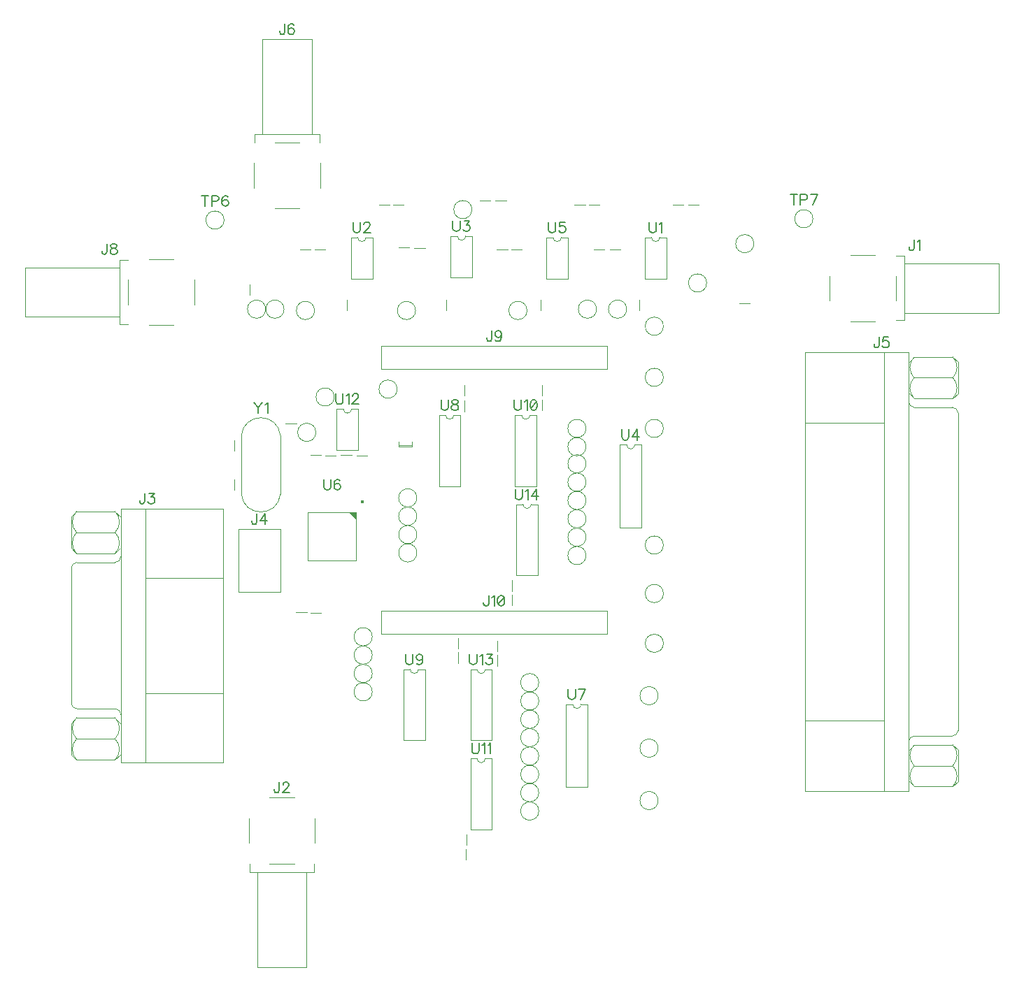
<source format=gbr>
G04 DipTrace 3.3.1.3*
G04 TopSilk.gbr*
%MOIN*%
G04 #@! TF.FileFunction,Legend,Top*
G04 #@! TF.Part,Single*
%ADD10C,0.004724*%
%ADD29O,0.016422X0.016542*%
%ADD81C,0.00772*%
%FSLAX26Y26*%
G04*
G70*
G90*
G75*
G01*
G04 TopSilk*
%LPD*%
X3046276Y3605019D2*
D10*
X3097418D1*
X3119642Y3605117D2*
X3170784D1*
X1028804Y3175687D2*
Y3226829D1*
X1966354Y3100688D2*
Y3151830D1*
X2416354Y3100687D2*
Y3151829D1*
X2275892Y3392617D2*
X2327033D1*
X2207141D2*
X2258283D1*
X2744642D2*
X2795784D1*
X2669741Y3392716D2*
X2720882D1*
X2885103Y3100687D2*
Y3151829D1*
X2577527Y3605019D2*
X2628669D1*
X2644641Y3605117D2*
X2695783D1*
X3414483Y3134899D2*
X3363342D1*
X1813392Y3398868D2*
X1864533D1*
X1338342Y3392617D2*
X1389483D1*
X1269592D2*
X1320734D1*
X1644592Y3605117D2*
X1695734D1*
X1713342D2*
X1764483D1*
X1491304Y3100687D2*
Y3151829D1*
X1538392Y2409636D2*
X1589533D1*
X1463392Y2411368D2*
X1514533D1*
X1738392Y3400600D2*
X1789533D1*
X2125793Y3623770D2*
X2176935D1*
X2200892Y3623868D2*
X2252033D1*
X1388390Y2409636D2*
X1439532D1*
X1319641Y2411368D2*
X1370783D1*
X1370781Y1659901D2*
X1319640D1*
X1302032Y1661633D2*
X1250890D1*
X955321Y2483079D2*
Y2431938D1*
Y2295579D2*
Y2244438D1*
X2024071Y1470579D2*
Y1419438D1*
X2024268Y1539330D2*
Y1488188D1*
X2053852Y2694438D2*
Y2745579D1*
Y2619438D2*
Y2670579D1*
X1200890Y2561368D2*
X1252032D1*
X1801676Y2458296D2*
X1738747D1*
X1801676Y2450847D2*
X1738747D1*
X1801676D2*
Y2474406D1*
X1738747Y2450847D2*
Y2474406D1*
X2422603Y2625688D2*
Y2676830D1*
Y2694438D2*
Y2745579D1*
X2278852Y1763187D2*
Y1814329D1*
Y1694438D2*
Y1745579D1*
X2061836Y550688D2*
Y601830D1*
X2060103Y481938D2*
Y533079D1*
X2210103Y1406938D2*
Y1458079D1*
Y1475688D2*
Y1526830D1*
X4108907Y3361052D2*
X4148293D1*
Y3053965D1*
X4108907D1*
X4010523Y3364989D2*
X3892447D1*
X4108907Y3266564D2*
Y3148453D1*
X4010523Y3050028D2*
X3892447D1*
X3793982Y3266564D2*
Y3148453D1*
X4148293Y3325619D2*
X4601069D1*
Y3089398D1*
X4148293D1*
X1336256Y462564D2*
Y423178D1*
X1029170D1*
Y462564D1*
X1340193Y560947D2*
Y679024D1*
X1241768Y462564D2*
X1123658D1*
X1025233Y560947D2*
Y679024D1*
X1241768Y777489D2*
X1123658D1*
X1300823Y423178D2*
Y-29598D1*
X1064603D1*
Y423178D1*
X204408Y2042934D2*
G03X204408Y1942288I52270J-50323D01*
G01*
Y2142367D2*
G03X204408Y2042934I50784J-49717D01*
G01*
X387693D2*
G03X387693Y2142367I-48321J49717D01*
G01*
Y1942288D2*
G03X387693Y2042934I-49756J50323D01*
G01*
X204408Y1058304D2*
G03X204408Y958871I50784J-49717D01*
G01*
Y1158949D2*
G03X204408Y1058304I52270J-50323D01*
G01*
X387693D2*
G03X387693Y1158949I-49756J50323D01*
G01*
Y958871D2*
G03X387693Y1058304I-48321J49717D01*
G01*
X206581Y1899847D2*
G03X179052Y1871957I570J-28093D01*
G01*
X387693Y1899847D2*
G03X415222Y1926524I1442J26055D01*
G01*
X179052Y1229280D2*
G03X206581Y1201390I28098J204D01*
G01*
X415222Y1174713D2*
G03X387693Y1201390I-26087J622D01*
G01*
Y1942288D2*
X413048Y1967752D1*
X387693Y1942288D2*
X204408D1*
X179052Y1967752D1*
Y2118115D1*
X204408Y2142367D1*
X254394D2*
X246426D1*
X387693D2*
X204408D1*
X413048Y2118115D2*
X387693Y2142367D1*
Y2042934D2*
X204408D1*
X387693Y958871D2*
X413048Y983123D1*
X387693Y958871D2*
X204408D1*
X179052Y983123D1*
Y1133485D1*
X204408Y1158949D1*
X254394D2*
X246426D1*
X387693D2*
X204408D1*
X413048Y1133485D2*
X387693Y1158949D1*
Y1058304D2*
X204408D1*
X387693Y1899847D2*
X206581D1*
X387693Y1201390D2*
X206581D1*
X903498Y1275359D2*
X533306D1*
X415222Y944319D2*
Y2156918D1*
X903498Y1825878D2*
X533306D1*
X903498Y944319D2*
Y2156918D1*
X179052Y1229280D2*
Y1871957D1*
X903498Y944319D2*
X415222D1*
X903498Y2156918D2*
X415222D1*
X533306Y944319D2*
Y2156918D1*
X1176461Y2057508D2*
X976461D1*
Y1757508D1*
X1176461D1*
Y2057508D1*
X4377706Y1071633D2*
G03X4405396Y1098810I-276J27977D01*
G01*
X4169301Y2666724D2*
G03X4196991Y2639546I27967J799D01*
G01*
Y1071633D2*
G03X4169301Y1044456I276J-27977D01*
G01*
X4405396Y2612369D2*
G03X4377706Y2639546I-27967J-799D01*
G01*
X4379892Y2779613D2*
G03X4379892Y2879960I-51488J50173D01*
G01*
Y2681357D2*
G03X4379892Y2781704I-51488J50173D01*
G01*
X4196262D2*
G03X4196262Y2681357I51488J-50173D01*
G01*
Y2879960D2*
G03X4196262Y2779613I51488J-50173D01*
G01*
X4379892Y929476D2*
G03X4379892Y1029822I-51488J50173D01*
G01*
Y831220D2*
G03X4379892Y929476I-48918J49128D01*
G01*
X4196262D2*
G03X4196262Y831220I48918J-49128D01*
G01*
Y1029822D2*
G03X4196262Y929476I51488J-50173D01*
G01*
X4169301Y810314D2*
X3676707D1*
X4169301Y2900865D2*
X3676707D1*
Y810314D2*
Y2900865D1*
X4051253Y1146893D2*
X3676707D1*
X4169301Y810314D2*
Y2900865D1*
X4051253Y2564287D2*
X3676707D1*
X4405396Y1098810D2*
Y2612369D1*
X4377706Y1071633D2*
X4196991D1*
X4377706Y2639546D2*
X4196991D1*
X4051253Y810314D2*
Y2900865D1*
X4171487Y2854873D2*
X4196262Y2879960D1*
X4379892D2*
X4196262D1*
X4405396Y2854873D2*
X4380620Y2879960D1*
X4405396Y2706444D2*
Y2854873D1*
X4380620Y2681357D2*
X4405396Y2706444D1*
X4338356Y2681357D2*
X4330341D1*
X4379892D2*
X4196262D1*
X4171487Y2706444D1*
X4379892Y2781704D2*
X4196262D1*
X4171487Y1004735D2*
X4196262Y1029822D1*
X4379892D2*
X4196262D1*
X4405396Y1004735D2*
X4380620Y1029822D1*
X4405396Y856306D2*
Y1004735D1*
X4380620Y831220D2*
X4405396Y856306D1*
X4338356Y831220D2*
X4330341D1*
X4379892D2*
X4196262D1*
X4171487Y856306D1*
X4379892Y929476D2*
X4196262D1*
X1054169Y3902453D2*
Y3941839D1*
X1361255D1*
Y3902453D1*
X1050231Y3804069D2*
Y3685993D1*
X1148657Y3902453D2*
X1266767D1*
X1365192Y3804069D2*
Y3685993D1*
X1148657Y3587528D2*
X1266767D1*
X1089602Y3941839D2*
Y4394615D1*
X1325822D1*
Y3941839D1*
X450268Y3035214D2*
X410882D1*
Y3342301D1*
X450268D1*
X548652Y3031277D2*
X666729D1*
X450268Y3129703D2*
Y3247813D1*
X548652Y3346238D2*
X666729D1*
X765193Y3129703D2*
Y3247813D1*
X410882Y3070648D2*
X-41893D1*
Y3306868D1*
X410882D1*
X2733548Y2821140D2*
X1654808D1*
Y2931376D1*
X2733548D1*
Y2821140D1*
Y1558640D2*
X1654808D1*
Y1668876D1*
X2733548D1*
Y1558640D1*
X2595655Y3107508D2*
G02X2595655Y3107508I43307J0D01*
G01*
X3345606Y3420008D2*
G02X3345606Y3420008I43307J0D01*
G01*
X3120606Y3232508D2*
G02X3120606Y3232508I43307J0D01*
G01*
X2545655Y1932508D2*
G02X2545655Y1932508I43307J0D01*
G01*
X2001856Y3582508D2*
G02X2001856Y3582508I43307J0D01*
G01*
X820655Y3532508D2*
G02X820655Y3532508I43307J0D01*
G01*
X3626905Y3538759D2*
G02X3626905Y3538759I43307J0D01*
G01*
X1106373Y3107508D2*
G02X1106373Y3107508I43307J0D01*
G01*
X1251856Y3101258D2*
G02X1251856Y3101258I43307J0D01*
G01*
X2264405D2*
G02X2264405Y3101258I43307J0D01*
G01*
X2739406Y3107508D2*
G02X2739406Y3107508I43307J0D01*
G01*
X1733155Y3101258D2*
G02X1733155Y3101258I43307J0D01*
G01*
X1018873Y3107508D2*
G02X1018873Y3107508I43307J0D01*
G01*
X2545655Y2020008D2*
G02X2545655Y2020008I43307J0D01*
G01*
Y2107508D2*
G02X2545655Y2107508I43307J0D01*
G01*
Y2195008D2*
G02X2545655Y2195008I43307J0D01*
G01*
Y2282508D2*
G02X2545655Y2282508I43307J0D01*
G01*
Y2370008D2*
G02X2545655Y2370008I43307J0D01*
G01*
Y2451258D2*
G02X2545655Y2451258I43307J0D01*
G01*
Y2538758D2*
G02X2545655Y2538758I43307J0D01*
G01*
X2320654Y713758D2*
G02X2320654Y713758I43307J0D01*
G01*
X1739406Y1945010D2*
G02X1739406Y1945010I43307J0D01*
G01*
X2320654Y801258D2*
G02X2320654Y801258I43307J0D01*
G01*
Y888758D2*
G02X2320654Y888758I43307J0D01*
G01*
Y976258D2*
G02X2320654Y976258I43307J0D01*
G01*
Y1063758D2*
G02X2320654Y1063758I43307J0D01*
G01*
Y1151258D2*
G02X2320654Y1151258I43307J0D01*
G01*
Y1238758D2*
G02X2320654Y1238758I43307J0D01*
G01*
Y1326258D2*
G02X2320654Y1326258I43307J0D01*
G01*
X1258154Y2520008D2*
G02X1258154Y2520008I43307J0D01*
G01*
X1739406Y2032510D2*
G02X1739406Y2032510I43307J0D01*
G01*
Y2120008D2*
G02X1739406Y2120008I43307J0D01*
G01*
Y2207508D2*
G02X1739406Y2207508I43307J0D01*
G01*
X1526903Y1545008D2*
G02X1526903Y1545008I43307J0D01*
G01*
Y1457508D2*
G02X1526903Y1457508I43307J0D01*
G01*
Y1370008D2*
G02X1526903Y1370008I43307J0D01*
G01*
Y1282508D2*
G02X1526903Y1282508I43307J0D01*
G01*
X1345655Y2688758D2*
G02X1345655Y2688758I43307J0D01*
G01*
X1645655Y2726259D2*
G02X1645655Y2726259I43307J0D01*
G01*
X2914406Y3026258D2*
G02X2914406Y3026258I43307J0D01*
G01*
Y2782508D2*
G02X2914406Y2782508I43307J0D01*
G01*
Y2538758D2*
G02X2914406Y2538758I43307J0D01*
G01*
X2914405Y1982508D2*
G02X2914405Y1982508I43307J0D01*
G01*
X2914406Y1751258D2*
G02X2914406Y1751258I43307J0D01*
G01*
Y1513758D2*
G02X2914406Y1513758I43307J0D01*
G01*
X2889406Y1263759D2*
G02X2889406Y1263759I43307J0D01*
G01*
Y1013759D2*
G02X2889406Y1013759I43307J0D01*
G01*
X2889405Y763759D2*
G02X2889405Y763759I43307J0D01*
G01*
X2912774Y3449685D2*
Y3252831D1*
X3015151Y3449685D2*
Y3252831D1*
X2912774D2*
X3015151D1*
X2944268Y3449685D2*
X2912774D1*
X2983657D2*
X3015151D1*
X2944268D2*
G03X2983657Y3449685I19694J9D01*
G01*
X1512724D2*
Y3252831D1*
X1615101Y3449685D2*
Y3252831D1*
X1512724D2*
X1615101D1*
X1544218Y3449685D2*
X1512724D1*
X1583607D2*
X1615101D1*
X1544218D2*
G03X1583607Y3449685I19694J9D01*
G01*
X1987774Y3455936D2*
Y3259081D1*
X2090151Y3455936D2*
Y3259081D1*
X1987774D2*
X2090151D1*
X2019268Y3455936D2*
X1987774D1*
X2058657D2*
X2090151D1*
X2019268D2*
G03X2058657Y3455936I19694J9D01*
G01*
X2794073Y2460592D2*
Y2066923D1*
X2896450Y2460592D2*
Y2066923D1*
X2794073D2*
X2896450D1*
X2794073Y2460592D2*
X2825567D1*
X2864956D2*
X2896450D1*
X2825567D2*
G03X2864956Y2460592I19694J11D01*
G01*
X2444025Y3449685D2*
Y3252831D1*
X2546401Y3449685D2*
Y3252831D1*
X2444025D2*
X2546401D1*
X2475519Y3449685D2*
X2444025D1*
X2514908D2*
X2546401D1*
X2475519D2*
G03X2514908Y3449685I19694J9D01*
G01*
X1534689Y2137565D2*
X1306326D1*
Y1909242D1*
X1534689D1*
Y2137565D1*
D29*
X1565804Y2189218D3*
G36*
X1534689Y2137565D2*
X1503196D1*
X1534689Y2106072D1*
Y2137565D1*
G37*
X2537824Y1223092D2*
D10*
Y829423D1*
X2640201Y1223092D2*
Y829423D1*
X2537824D2*
X2640201D1*
X2537824Y1223092D2*
X2569318D1*
X2608707D2*
X2640201D1*
X2569318D2*
G03X2608707Y1223092I19694J11D01*
G01*
X1931573Y2601805D2*
Y2263212D1*
X2033950Y2601805D2*
Y2263212D1*
X1931573D2*
X2033950D1*
X1931573Y2601805D2*
X1963067D1*
X2002456D2*
X2033950D1*
X1963067D2*
G03X2002456Y2601805I19694J-12D01*
G01*
X1762824Y1389305D2*
Y1050712D1*
X1865201Y1389305D2*
Y1050712D1*
X1762824D2*
X1865201D1*
X1762824Y1389305D2*
X1794318D1*
X1833707D2*
X1865201D1*
X1794318D2*
G03X1833707Y1389305I19694J-12D01*
G01*
X2294024Y2601805D2*
Y2263212D1*
X2396400Y2601805D2*
Y2263212D1*
X2294024D2*
X2396400D1*
X2294024Y2601805D2*
X2325517D1*
X2364906D2*
X2396400D1*
X2325517D2*
G03X2364906Y2601805I19694J-12D01*
G01*
X2081573Y964305D2*
Y625712D1*
X2183950Y964305D2*
Y625712D1*
X2081573D2*
X2183950D1*
X2081573Y964305D2*
X2113067D1*
X2152456D2*
X2183950D1*
X2113067D2*
G03X2152456Y964305I19694J-12D01*
G01*
X1444073Y2630936D2*
Y2434081D1*
X1546450Y2630936D2*
Y2434081D1*
X1444073D2*
X1546450D1*
X1475567Y2630936D2*
X1444073D1*
X1514956D2*
X1546450D1*
X1475567D2*
G03X1514956Y2630936I19694J9D01*
G01*
X2081573Y1389305D2*
Y1050712D1*
X2183950Y1389305D2*
Y1050712D1*
X2081573D2*
X2183950D1*
X2081573Y1389305D2*
X2113067D1*
X2152456D2*
X2183950D1*
X2113067D2*
G03X2152456Y1389305I19694J-12D01*
G01*
X2300323Y2176805D2*
Y1838212D1*
X2402699Y2176805D2*
Y1838212D1*
X2300323D2*
X2402699D1*
X2300323Y2176805D2*
X2331817D1*
X2371206D2*
X2402699D1*
X2331817D2*
G03X2371206Y2176805I19694J-12D01*
G01*
X1175586Y2225344D2*
Y2504673D1*
X989838Y2225344D2*
Y2504673D1*
Y2225344D2*
G03X1175586Y2225344I92874J8216D01*
G01*
Y2504673D2*
G03X989838Y2504673I-92874J-8216D01*
G01*
X4195775Y3438212D2*
D81*
Y3399965D1*
X4193398Y3392780D1*
X4190966Y3390404D1*
X4186213Y3387972D1*
X4181405D1*
X4176652Y3390404D1*
X4174275Y3392780D1*
X4171843Y3399965D1*
Y3404718D1*
X4211214Y3428595D2*
X4216023Y3431027D1*
X4223208Y3438157D1*
Y3387972D1*
X1170213Y850712D2*
Y812465D1*
X1167836Y805280D1*
X1165404Y802904D1*
X1160651Y800472D1*
X1155843D1*
X1151089Y802904D1*
X1148713Y805280D1*
X1146281Y812465D1*
Y817218D1*
X1188084Y838718D2*
Y841095D1*
X1190460Y845903D1*
X1192837Y848280D1*
X1197645Y850657D1*
X1207207D1*
X1211960Y848280D1*
X1214337Y845903D1*
X1216769Y841095D1*
Y836342D1*
X1214337Y831533D1*
X1209584Y824403D1*
X1185652Y800472D1*
X1219145D1*
X528774Y2230141D2*
Y2191894D1*
X526398Y2184709D1*
X523966Y2182333D1*
X519213Y2179901D1*
X514404D1*
X509651Y2182333D1*
X507275Y2184709D1*
X504843Y2191894D1*
Y2196648D1*
X549022Y2230086D2*
X575275D1*
X560960Y2210962D1*
X568145D1*
X572898Y2208586D1*
X575275Y2206209D1*
X577707Y2199024D1*
Y2194271D1*
X575275Y2187086D1*
X570522Y2182278D1*
X563337Y2179901D1*
X556152D1*
X549022Y2182278D1*
X546645Y2184709D1*
X544214Y2189463D1*
X1062772Y2130731D2*
Y2092485D1*
X1060396Y2085300D1*
X1057964Y2082923D1*
X1053211Y2080491D1*
X1048402D1*
X1043649Y2082923D1*
X1041273Y2085300D1*
X1038841Y2092485D1*
Y2097238D1*
X1102143Y2080491D2*
Y2130676D1*
X1078212Y2097238D1*
X1114082D1*
X4028557Y2974088D2*
Y2935842D1*
X4026180Y2928657D1*
X4023748Y2926280D1*
X4018995Y2923848D1*
X4014186D1*
X4009433Y2926280D1*
X4007057Y2928657D1*
X4004625Y2935842D1*
Y2940595D1*
X4072681Y2974033D2*
X4048804D1*
X4046428Y2952533D1*
X4048804Y2954910D1*
X4055989Y2957342D1*
X4063119D1*
X4070304Y2954910D1*
X4075113Y2950157D1*
X4077489Y2942972D1*
Y2938219D1*
X4075113Y2931033D1*
X4070304Y2926225D1*
X4063119Y2923848D1*
X4055989D1*
X4048804Y2926225D1*
X4046428Y2928657D1*
X4043996Y2933410D1*
X1196427Y4467838D2*
Y4429591D1*
X1194051Y4422406D1*
X1191619Y4420030D1*
X1186866Y4417598D1*
X1182057D1*
X1177304Y4420030D1*
X1174927Y4422406D1*
X1172496Y4429591D1*
Y4434344D1*
X1240551Y4460653D2*
X1238175Y4465406D1*
X1230990Y4467783D1*
X1226237D1*
X1219052Y4465406D1*
X1214243Y4458221D1*
X1211867Y4446283D1*
Y4434344D1*
X1214243Y4424783D1*
X1219052Y4419974D1*
X1226237Y4417598D1*
X1228613D1*
X1235743Y4419974D1*
X1240551Y4424783D1*
X1242928Y4431968D1*
Y4434344D1*
X1240551Y4441529D1*
X1235743Y4446283D1*
X1228613Y4448659D1*
X1226237D1*
X1219052Y4446283D1*
X1214243Y4441529D1*
X1211867Y4434344D1*
X349177Y3419461D2*
Y3381215D1*
X346801Y3374030D1*
X344369Y3371653D1*
X339616Y3369221D1*
X334807D1*
X330054Y3371653D1*
X327677Y3374030D1*
X325246Y3381215D1*
Y3385968D1*
X376555Y3419406D2*
X369425Y3417029D1*
X366993Y3412276D1*
Y3407468D1*
X369425Y3402714D1*
X374178Y3400283D1*
X383740Y3397906D1*
X390925Y3395529D1*
X395678Y3390721D1*
X398055Y3385968D1*
Y3378783D1*
X395678Y3374030D1*
X393301Y3371598D1*
X386116Y3369221D1*
X376555D1*
X369425Y3371598D1*
X366993Y3374030D1*
X364617Y3378783D1*
Y3385968D1*
X366993Y3390721D1*
X371802Y3395529D1*
X378931Y3397906D1*
X388493Y3400283D1*
X393301Y3402714D1*
X395678Y3407468D1*
Y3412276D1*
X393301Y3417029D1*
X386116Y3419406D1*
X376555D1*
X2182866Y3004599D2*
Y2966352D1*
X2180489Y2959167D1*
X2178057Y2956791D1*
X2173304Y2954359D1*
X2168495D1*
X2163742Y2956791D1*
X2161366Y2959167D1*
X2158934Y2966352D1*
Y2971106D1*
X2229422Y2987852D2*
X2226990Y2980667D1*
X2222237Y2975859D1*
X2215051Y2973482D1*
X2212675D1*
X2205490Y2975859D1*
X2200737Y2980667D1*
X2198305Y2987852D1*
Y2990229D1*
X2200737Y2997414D1*
X2205490Y3002167D1*
X2212675Y3004544D1*
X2215051D1*
X2222237Y3002167D1*
X2226990Y2997414D1*
X2229422Y2987852D1*
Y2975859D1*
X2226990Y2963921D1*
X2222237Y2956736D1*
X2215051Y2954359D1*
X2210298D1*
X2203113Y2956736D1*
X2200737Y2961544D1*
X2167961Y1742099D2*
Y1703852D1*
X2165584Y1696667D1*
X2163152Y1694291D1*
X2158399Y1691859D1*
X2153591D1*
X2148838Y1694291D1*
X2146461Y1696667D1*
X2144029Y1703852D1*
Y1708606D1*
X2183400Y1732482D2*
X2188209Y1734914D1*
X2195394Y1742044D1*
Y1691859D1*
X2225203Y1742044D2*
X2218018Y1739667D1*
X2213209Y1732482D1*
X2210833Y1720544D1*
Y1713359D1*
X2213209Y1701421D1*
X2218018Y1694236D1*
X2225203Y1691859D1*
X2229956D1*
X2237141Y1694236D1*
X2241894Y1701421D1*
X2244326Y1713359D1*
Y1720544D1*
X2241894Y1732482D1*
X2237141Y1739667D1*
X2229956Y1742044D1*
X2225203D1*
X2241894Y1732482D2*
X2213209Y1701421D1*
X816246Y3649039D2*
Y3598799D1*
X799499Y3649039D2*
X832992D1*
X848432Y3622730D2*
X869987D1*
X877117Y3625107D1*
X879548Y3627539D1*
X881925Y3632292D1*
Y3639477D1*
X879548Y3644230D1*
X877117Y3646662D1*
X869987Y3649039D1*
X848432D1*
Y3598799D1*
X926049Y3641854D2*
X923673Y3646607D1*
X916488Y3648983D1*
X911734D1*
X904549Y3646607D1*
X899741Y3639422D1*
X897364Y3627483D1*
Y3615545D1*
X899741Y3605984D1*
X904549Y3601175D1*
X911734Y3598799D1*
X914111D1*
X921241Y3601175D1*
X926049Y3605984D1*
X928426Y3613169D1*
Y3615545D1*
X926049Y3622730D1*
X921241Y3627483D1*
X914111Y3629860D1*
X911734D1*
X904549Y3627483D1*
X899741Y3622730D1*
X897364Y3615545D1*
X3621279Y3655289D2*
Y3605049D1*
X3604533Y3655289D2*
X3638026D1*
X3653465Y3628981D2*
X3675020D1*
X3682150Y3631358D1*
X3684582Y3633789D1*
X3686958Y3638543D1*
Y3645728D1*
X3684582Y3650481D1*
X3682150Y3652913D1*
X3675020Y3655289D1*
X3653465D1*
Y3605049D1*
X3711959D2*
X3735891Y3655234D1*
X3702398D1*
X2933499Y3522908D2*
Y3487038D1*
X2935876Y3479853D1*
X2940684Y3475100D1*
X2947870Y3472668D1*
X2952623D1*
X2959808Y3475100D1*
X2964616Y3479853D1*
X2966993Y3487038D1*
Y3522908D1*
X2982432Y3513291D2*
X2987240Y3515723D1*
X2994426Y3522853D1*
Y3472668D1*
X1522700Y3522908D2*
Y3487038D1*
X1525076Y3479853D1*
X1529885Y3475100D1*
X1537070Y3472668D1*
X1541823D1*
X1549008Y3475100D1*
X1553816Y3479853D1*
X1556193Y3487038D1*
Y3522908D1*
X1574064Y3510914D2*
Y3513291D1*
X1576441Y3518100D1*
X1578817Y3520476D1*
X1583626Y3522853D1*
X1593187D1*
X1597941Y3520476D1*
X1600317Y3518100D1*
X1602749Y3513291D1*
Y3508538D1*
X1600317Y3503729D1*
X1595564Y3496600D1*
X1571632Y3472668D1*
X1605126D1*
X1997750Y3529159D2*
Y3493289D1*
X2000126Y3486104D1*
X2004935Y3481350D1*
X2012120Y3478919D1*
X2016873D1*
X2024058Y3481350D1*
X2028866Y3486104D1*
X2031243Y3493289D1*
Y3529159D1*
X2051491Y3529103D2*
X2077744D1*
X2063429Y3509980D1*
X2070614D1*
X2075367Y3507604D1*
X2077744Y3505227D1*
X2080175Y3498042D1*
Y3493289D1*
X2077744Y3486104D1*
X2072990Y3481295D1*
X2065805Y3478919D1*
X2058620D1*
X2051491Y3481295D1*
X2049114Y3483727D1*
X2046682Y3488480D1*
X2802860Y2533815D2*
Y2497946D1*
X2805237Y2490760D1*
X2810045Y2486007D1*
X2817231Y2483575D1*
X2821984D1*
X2829169Y2486007D1*
X2833977Y2490760D1*
X2836354Y2497946D1*
Y2533815D1*
X2875725Y2483575D2*
Y2533760D1*
X2851793Y2500322D1*
X2887663D1*
X2454000Y3522908D2*
Y3487038D1*
X2456377Y3479853D1*
X2461185Y3475100D1*
X2468370Y3472668D1*
X2473123D1*
X2480308Y3475100D1*
X2485117Y3479853D1*
X2487494Y3487038D1*
Y3522908D1*
X2531618Y3522853D2*
X2507741D1*
X2505365Y3501353D1*
X2507741Y3503729D1*
X2514926Y3506161D1*
X2522056D1*
X2529241Y3503729D1*
X2534049Y3498976D1*
X2536426Y3491791D1*
Y3487038D1*
X2534049Y3479853D1*
X2529241Y3475045D1*
X2522056Y3472668D1*
X2514926D1*
X2507741Y3475045D1*
X2505365Y3477476D1*
X2502933Y3482230D1*
X1382479Y2295445D2*
Y2259575D1*
X1384855Y2252390D1*
X1389664Y2247637D1*
X1396849Y2245205D1*
X1401602D1*
X1408787Y2247637D1*
X1413595Y2252390D1*
X1415972Y2259575D1*
Y2295445D1*
X1460096Y2288260D2*
X1457719Y2293014D1*
X1450534Y2295390D1*
X1445781D1*
X1438596Y2293014D1*
X1433788Y2285828D1*
X1431411Y2273890D1*
Y2261952D1*
X1433788Y2252390D1*
X1438596Y2247582D1*
X1445781Y2245205D1*
X1448158D1*
X1455288Y2247582D1*
X1460096Y2252390D1*
X1462473Y2259575D1*
Y2261952D1*
X1460096Y2269137D1*
X1455288Y2273890D1*
X1448158Y2276267D1*
X1445781D1*
X1438596Y2273890D1*
X1433788Y2269137D1*
X1431411Y2261952D1*
X2547799Y1296315D2*
Y1260446D1*
X2550176Y1253260D1*
X2554984Y1248507D1*
X2562169Y1246075D1*
X2566923D1*
X2574108Y1248507D1*
X2578916Y1253260D1*
X2581293Y1260446D1*
Y1296315D1*
X2606294Y1246075D2*
X2630225Y1296260D1*
X2596732D1*
X1941576Y2675028D2*
Y2639158D1*
X1943953Y2631973D1*
X1948761Y2627220D1*
X1955946Y2624788D1*
X1960700D1*
X1967885Y2627220D1*
X1972693Y2631973D1*
X1975070Y2639158D1*
Y2675028D1*
X2002447Y2674973D2*
X1995317Y2672596D1*
X1992886Y2667843D1*
Y2663035D1*
X1995317Y2658281D1*
X2000071Y2655850D1*
X2009632Y2653473D1*
X2016817Y2651096D1*
X2021570Y2646288D1*
X2023947Y2641535D1*
Y2634350D1*
X2021570Y2629597D1*
X2019194Y2627165D1*
X2012009Y2624788D1*
X2002447D1*
X1995317Y2627165D1*
X1992886Y2629597D1*
X1990509Y2634350D1*
Y2641535D1*
X1992886Y2646288D1*
X1997694Y2651096D1*
X2004824Y2653473D1*
X2014385Y2655850D1*
X2019194Y2658281D1*
X2021570Y2663035D1*
Y2667843D1*
X2019194Y2672596D1*
X2012009Y2674973D1*
X2002447D1*
X1773988Y1462528D2*
Y1426658D1*
X1776364Y1419473D1*
X1781173Y1414720D1*
X1788358Y1412288D1*
X1793111D1*
X1800296Y1414720D1*
X1805104Y1419473D1*
X1807481Y1426658D1*
Y1462528D1*
X1854037Y1445781D2*
X1851605Y1438596D1*
X1846852Y1433788D1*
X1839667Y1431411D1*
X1837290D1*
X1830105Y1433788D1*
X1825352Y1438596D1*
X1822920Y1445781D1*
Y1448158D1*
X1825352Y1455343D1*
X1830105Y1460096D1*
X1837290Y1462473D1*
X1839667D1*
X1846852Y1460096D1*
X1851605Y1455343D1*
X1854037Y1445781D1*
Y1433788D1*
X1851605Y1421850D1*
X1846852Y1414665D1*
X1839667Y1412288D1*
X1834914D1*
X1827729Y1414665D1*
X1825352Y1419473D1*
X2290282Y2675028D2*
Y2639158D1*
X2292659Y2631973D1*
X2297468Y2627220D1*
X2304653Y2624788D1*
X2309406D1*
X2316591Y2627220D1*
X2321399Y2631973D1*
X2323776Y2639158D1*
Y2675028D1*
X2339215Y2665411D2*
X2344024Y2667843D1*
X2351209Y2674973D1*
Y2624788D1*
X2381018Y2674973D2*
X2373833Y2672596D1*
X2369024Y2665411D1*
X2366648Y2653473D1*
Y2646288D1*
X2369024Y2634350D1*
X2373833Y2627165D1*
X2381018Y2624788D1*
X2385771D1*
X2392956Y2627165D1*
X2397709Y2634350D1*
X2400141Y2646288D1*
Y2653473D1*
X2397709Y2665411D1*
X2392956Y2672596D1*
X2385771Y2674973D1*
X2381018D1*
X2397709Y2665411D2*
X2369024Y2634350D1*
X2088582Y1037528D2*
Y1001658D1*
X2090959Y994473D1*
X2095767Y989720D1*
X2102952Y987288D1*
X2107706D1*
X2114891Y989720D1*
X2119699Y994473D1*
X2122076Y1001658D1*
Y1037528D1*
X2137515Y1027911D2*
X2142323Y1030343D1*
X2149508Y1037473D1*
Y987288D1*
X2164948Y1027911D2*
X2169756Y1030343D1*
X2176941Y1037473D1*
Y987288D1*
X1440332Y2704159D2*
Y2668289D1*
X1442709Y2661104D1*
X1447517Y2656350D1*
X1454702Y2653919D1*
X1459456D1*
X1466641Y2656350D1*
X1471449Y2661104D1*
X1473826Y2668289D1*
Y2704159D1*
X1489265Y2694542D2*
X1494073Y2696974D1*
X1501258Y2704103D1*
Y2653919D1*
X1519130Y2692165D2*
Y2694542D1*
X1521506Y2699350D1*
X1523883Y2701727D1*
X1528691Y2704103D1*
X1538253D1*
X1543006Y2701727D1*
X1545383Y2699350D1*
X1547814Y2694542D1*
Y2689789D1*
X1545383Y2684980D1*
X1540629Y2677850D1*
X1516698Y2653919D1*
X1550191D1*
X2077832Y1462528D2*
Y1426658D1*
X2080209Y1419473D1*
X2085017Y1414720D1*
X2092202Y1412288D1*
X2096956D1*
X2104141Y1414720D1*
X2108949Y1419473D1*
X2111326Y1426658D1*
Y1462528D1*
X2126765Y1452911D2*
X2131573Y1455343D1*
X2138758Y1462473D1*
Y1412288D1*
X2159006Y1462473D2*
X2185259D1*
X2170944Y1443350D1*
X2178129D1*
X2182883Y1440973D1*
X2185259Y1438596D1*
X2187691Y1431411D1*
Y1426658D1*
X2185259Y1419473D1*
X2180506Y1414665D1*
X2173321Y1412288D1*
X2166136D1*
X2159006Y1414665D1*
X2156630Y1417097D1*
X2154198Y1421850D1*
X2295393Y2250028D2*
Y2214158D1*
X2297770Y2206973D1*
X2302578Y2202220D1*
X2309763Y2199788D1*
X2314517D1*
X2321702Y2202220D1*
X2326510Y2206973D1*
X2328887Y2214158D1*
Y2250028D1*
X2344326Y2240411D2*
X2349134Y2242843D1*
X2356319Y2249973D1*
Y2199788D1*
X2395690D2*
Y2249973D1*
X2371759Y2216535D1*
X2407629D1*
X1049872Y2662917D2*
X1068995Y2638985D1*
Y2612677D1*
X1088119Y2662917D2*
X1068995Y2638985D1*
X1103558Y2653300D2*
X1108366Y2655731D1*
X1115551Y2662861D1*
Y2612677D1*
M02*

</source>
